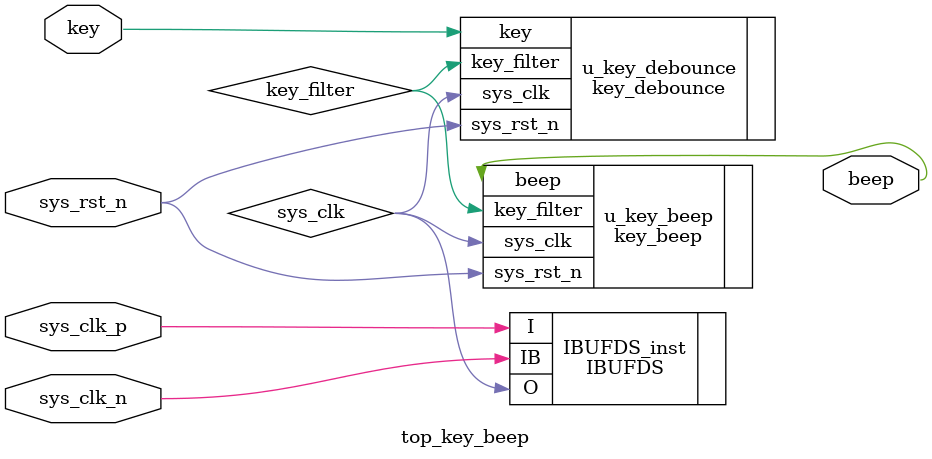
<source format=v>
module top_key_beep(
    //按键控制蜂鸣器顶层设�?
    //差分时钟
    input       sys_clk_p,
    input       sys_clk_n,
    //复位信号
    input       sys_rst_n,
    //按键信号
    input       key,
    //蜂鸣�?
    output      beep
);
parameter CNT_MAX = 21'd200_2000;
//差分时钟转单端时�?
wire sys_clk;
IBUFDS #(
    .CAPACITANCE("DONT_CARE"), // "LOW", "NORMAL", "DONT_CARE" (Virtex-4 only)
    .DIFF_TERM("FALSE"),       // Differential Termination (Virtex-4/5, Spartan-3E/3A)
    .IBUF_DELAY_VALUE("0"),    // Specify the amount of added input delay for
    .IFD_DELAY_VALUE("AUTO"),  // Specify the amount of added delay for input
    .IOSTANDARD("DEFAULT")     // Specify the input I/O standard
) IBUFDS_inst (
    .O(sys_clk),  // Buffer output
    .I(sys_clk_p),  // Diff_p buffer input (connect directly to top-level port)
    .IB(sys_clk_n) // Diff_n buffer input (connect directly to top-level port)
);
//按键消抖
// output declaration of module key_debounce
wire key_filter;
key_debounce #(
    .CNT_MAX 	(CNT_MAX))
u_key_debounce(
    .sys_clk    	(sys_clk     ),
    .sys_rst_n  	(sys_rst_n   ),
    .key        	(key         ),
    .key_filter 	(key_filter  )
);
//蜂鸣器控�?
// output declaration of module key_beep
key_beep u_key_beep(
    .sys_clk    	(sys_clk     ),
    .sys_rst_n  	(sys_rst_n   ),
    .key_filter 	(key_filter  ),
    .beep       	(beep        )
);

endmodule
</source>
